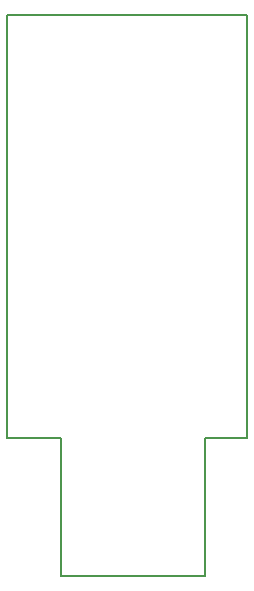
<source format=gm1>
G04 #@! TF.FileFunction,Profile,NP*
%FSLAX46Y46*%
G04 Gerber Fmt 4.6, Leading zero omitted, Abs format (unit mm)*
G04 Created by KiCad (PCBNEW 4.0.1-stable) date Monday, February 15, 2016 'PMt' 09:43:10 PM*
%MOMM*%
G01*
G04 APERTURE LIST*
%ADD10C,0.100000*%
%ADD11C,0.150000*%
G04 APERTURE END LIST*
D10*
D11*
X133096000Y-101092000D02*
X136652000Y-101092000D01*
X136652000Y-65278000D02*
X136652000Y-101092000D01*
X116332000Y-65278000D02*
X136652000Y-65278000D01*
X116332000Y-101092000D02*
X116332000Y-65278000D01*
X120904000Y-101092000D02*
X116332000Y-101092000D01*
X120904000Y-112776000D02*
X120904000Y-101092000D01*
X133096000Y-112776000D02*
X120904000Y-112776000D01*
X133096000Y-101092000D02*
X133096000Y-112776000D01*
M02*

</source>
